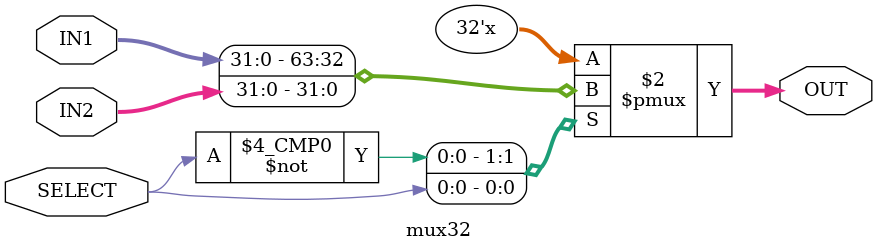
<source format=v>
/*
    Reg. No :E/16/394
    CO224
    Update add support to don't care  in mux32
*/

`timescale 1ns/100ps
/*
module testbench();

    reg [7:0] in1 ,in2 ;
    wire [7:0] out;
    reg select;

    mux8 my_mux(in1 ,in2 ,out ,select);

    initial
    begin
        in1 <= 1;
        in2 <= 2;
        select <=0;

        #5
        in1 <=3 ;
        #5
        select <=1;
        #5 $finish ;
    end
    
    initial 
    begin
        $monitor($time ," in1 : %d in2 : %d select : %b out : %d",in1 ,in2 ,select ,out );
    end
endmodule
*/
// 2 to 1 mux
module mux8(IN1 ,IN2 ,OUT ,SELECT);
    //define input
    //8 bits inputs
    input [7:0] IN1 ,IN2 ;
    // 1bit control
    input SELECT ;
    //define output
    //8 bits output
    output [7:0] OUT ;
    //output in register
    reg [7:0] OUT;

    ///execute whenever IN1 , IN2 , IN3 value changes
    always @ (IN1 ,IN2 ,SELECT)
    begin
        case (SELECT)
        1'b0 : OUT <= IN1 ;
        1'b1 : OUT <= IN2 ;
        endcase
    end
endmodule
// 4 to 1 mux
module mux4x1(IN1 ,IN2 ,IN3 ,IN4 ,OUT ,SELECT);
    //define input
    //8 bits inputs
    input [7:0] IN1 ,IN2 ,IN3 ,IN4;
    // 2bit control
    input[1:0] SELECT ;
    //define output
    //8 bits output
    output [7:0] OUT ;
    //output in register
    reg [7:0] OUT;

    ///execute whenever IN1 , IN2 , IN3 value changes
    always @ (IN1 ,IN2 ,SELECT)
    begin
        case (SELECT)
        2'b00 : OUT <= IN1 ;
        2'b01 : OUT <= IN2 ;
        2'b10 : OUT <= IN3 ;
        2'b11 : OUT <= IN4 ;
        endcase
    end
endmodule

module mux32(IN1 ,IN2 ,OUT ,SELECT);
    //define input
    //8 bits inputs
    input [31:0] IN1 ,IN2 ;
    // 1bit control
    input SELECT ;
    //define output
    //8 bits output
    output [31:0] OUT ;
    //output in register
    reg [31:0] OUT;

    ///execute whenever IN1 , IN2 , IN3 value changes
    always @ (IN1 ,IN2 ,SELECT)
    begin
        case (SELECT)
        1'b0 : OUT <= IN1 ;
        1'b1 : OUT <= IN2 ;
        1'bx: OUT <=IN1 ;
        endcase
    end
endmodule
</source>
